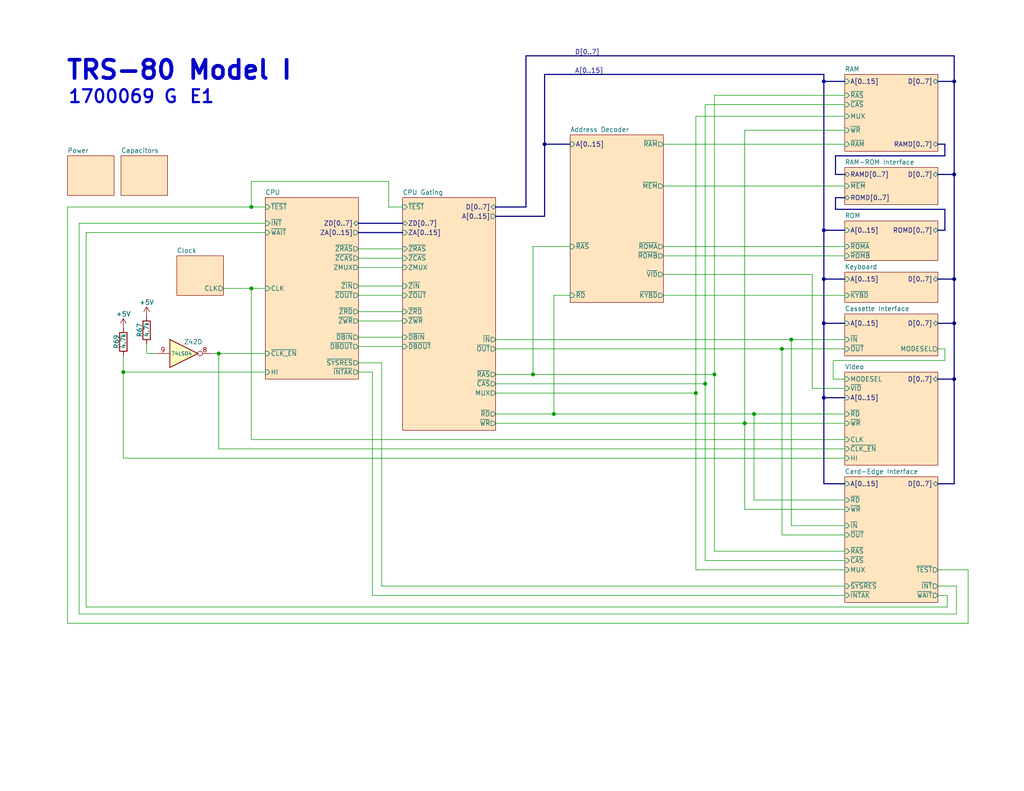
<source format=kicad_sch>
(kicad_sch (version 20230121) (generator eeschema)
  (paper "USLetter")
  (title_block (title "TRS-80 Model I G") (date "2023-12-21") (rev "E1B") (company "RetroStack - Marcel Erz") (comment 2 "Full overview of the system") (comment 4 "System Overview"))
  (lib_symbols
    (symbol "74xx:74LS04"
      (property "Reference" "U" (at 0 1.27 0))
      (property "Value" "74LS04" (at 0 -1.27 0))
      (symbol "74LS04_1_0"
        (polyline (pts (xy -3.81 3.81) (xy -3.81 -3.81) (xy 3.81 0) (xy -3.81 3.81)) (stroke (width 0.254)) (fill (type background)))
        (pin input line (at -7.62 0 0) (length 3.81) (name "~") (number "1"))
        (pin output inverted (at 7.62 0 180) (length 3.81) (name "~") (number "2"))
      )
      (symbol "74LS04_2_0"
        (polyline (pts (xy -3.81 3.81) (xy -3.81 -3.81) (xy 3.81 0) (xy -3.81 3.81)) (stroke (width 0.254)) (fill (type background)))
        (pin input line (at -7.62 0 0) (length 3.81) (name "~") (number "3"))
        (pin output inverted (at 7.62 0 180) (length 3.81) (name "~") (number "4"))
      )
      (symbol "74LS04_3_0"
        (polyline (pts (xy -3.81 3.81) (xy -3.81 -3.81) (xy 3.81 0) (xy -3.81 3.81)) (stroke (width 0.254)) (fill (type background)))
        (pin input line (at -7.62 0 0) (length 3.81) (name "~") (number "5"))
        (pin output inverted (at 7.62 0 180) (length 3.81) (name "~") (number "6"))
      )
      (symbol "74LS04_4_0"
        (polyline (pts (xy -3.81 3.81) (xy -3.81 -3.81) (xy 3.81 0) (xy -3.81 3.81)) (stroke (width 0.254)) (fill (type background)))
        (pin output inverted (at 7.62 0 180) (length 3.81) (name "~") (number "8"))
        (pin input line (at -7.62 0 0) (length 3.81) (name "~") (number "9"))
      )
      (symbol "74LS04_5_0"
        (polyline (pts (xy -3.81 3.81) (xy -3.81 -3.81) (xy 3.81 0) (xy -3.81 3.81)) (stroke (width 0.254)) (fill (type background)))
        (pin output inverted (at 7.62 0 180) (length 3.81) (name "~") (number "10"))
        (pin input line (at -7.62 0 0) (length 3.81) (name "~") (number "11"))
      )
      (symbol "74LS04_6_0"
        (polyline (pts (xy -3.81 3.81) (xy -3.81 -3.81) (xy 3.81 0) (xy -3.81 3.81)) (stroke (width 0.254)) (fill (type background)))
        (pin output inverted (at 7.62 0 180) (length 3.81) (name "~") (number "12"))
        (pin input line (at -7.62 0 0) (length 3.81) (name "~") (number "13"))
      )
      (symbol "74LS04_7_0"
        (pin power_in line (at 0 12.7 270) (length 5.08) (name "VCC") (number "14"))
        (pin power_in line (at 0 -12.7 90) (length 5.08) (name "GND") (number "7"))
      )
      (symbol "74LS04_7_1"
        (rectangle (start -5.08 7.62) (end 5.08 -7.62) (stroke (width 0.254)) (fill (type background)))
      )
    )
    (symbol "Device:R" (pin_numbers hide) (pin_names (offset 0))
      (property "Reference" "R" (at 2.032 0 90))
      (property "Value" "R" (at 0 0 90))
      (symbol "R_0_1"
        (rectangle (start -1.016 -2.54) (end 1.016 2.54) (stroke (width 0.254)))
      )
      (symbol "R_1_1"
        (pin passive line (at 0 3.81 270) (length 1.27) (name "~") (number "1"))
        (pin passive line (at 0 -3.81 90) (length 1.27) (name "~") (number "2"))
      )
    )
    (symbol "power:+5V" (power) (pin_names (offset 0))
      (property "Value" "+5V" (at 0 3.556 0))
      (symbol "+5V_0_1"
        (polyline (pts (xy -0.762 1.27) (xy 0 2.54)))
        (polyline (pts (xy 0 0) (xy 0 2.54)))
        (polyline (pts (xy 0 2.54) (xy 0.762 1.27)))
      )
      (symbol "+5V_1_1"
        (pin power_in line (at 0 0 90) (length 0) hide (name "+5V") (number "1"))
      )
    )
  )
  (junction (at 213.36 95.25))
  (junction (at 192.405 104.775))
  (junction (at 260.35 103.505))
  (junction (at 224.79 62.865))
  (junction (at 260.35 47.625))
  (junction (at 224.79 108.585))
  (junction (at 260.35 76.2))
  (junction (at 145.415 102.235))
  (junction (at 224.79 88.265))
  (junction (at 194.945 102.235))
  (junction (at 68.58 78.74))
  (junction (at 33.655 101.6))
  (junction (at 189.865 107.315))
  (junction (at 59.69 96.52))
  (junction (at 203.2 115.57))
  (junction (at 224.79 22.225))
  (junction (at 224.79 76.2))
  (junction (at 260.35 22.225))
  (junction (at 151.13 113.03))
  (junction (at 148.59 39.37))
  (junction (at 260.35 88.265))
  (junction (at 215.9 92.71))
  (junction (at 205.74 113.03))
  (junction (at 68.58 56.515))
  (wire (pts (xy 60.96 78.74) (xy 68.58 78.74)))
  (wire (pts (xy 68.58 49.53) (xy 68.58 56.515)))
  (bus (pts (xy 135.255 59.055) (xy 148.59 59.055)))
  (wire (pts (xy 97.79 73.025) (xy 109.855 73.025)))
  (wire (pts (xy 230.505 139.065) (xy 203.2 139.065)))
  (wire (pts (xy 145.415 67.31) (xy 145.415 102.235)))
  (wire (pts (xy 205.74 136.525) (xy 205.74 113.03)))
  (wire (pts (xy 221.615 74.93) (xy 221.615 106.045)))
  (wire (pts (xy 213.36 146.05) (xy 213.36 95.25)))
  (wire (pts (xy 97.79 85.09) (xy 109.855 85.09)))
  (wire (pts (xy 135.255 102.235) (xy 145.415 102.235)))
  (wire (pts (xy 258.445 162.56) (xy 258.445 165.735)))
  (bus (pts (xy 97.79 60.96) (xy 109.855 60.96)))
  (wire (pts (xy 203.2 35.56) (xy 203.2 115.57)))
  (bus (pts (xy 224.79 76.2) (xy 224.79 88.265)))
  (bus (pts (xy 255.905 88.265) (xy 260.35 88.265)))
  (bus (pts (xy 230.505 53.975) (xy 227.965 53.975)))
  (wire (pts (xy 203.2 139.065) (xy 203.2 115.57)))
  (wire (pts (xy 192.405 28.575) (xy 230.505 28.575)))
  (bus (pts (xy 224.79 22.225) (xy 224.79 20.32)))
  (bus (pts (xy 143.51 15.24) (xy 143.51 56.515)))
  (wire (pts (xy 230.505 136.525) (xy 205.74 136.525)))
  (wire (pts (xy 106.045 56.515) (xy 109.855 56.515)))
  (bus (pts (xy 224.79 108.585) (xy 230.505 108.585)))
  (wire (pts (xy 227.33 103.505) (xy 230.505 103.505)))
  (wire (pts (xy 255.905 160.02) (xy 260.985 160.02)))
  (bus (pts (xy 257.81 39.37) (xy 257.81 42.545)))
  (wire (pts (xy 97.79 99.06) (xy 104.14 99.06)))
  (wire (pts (xy 106.045 56.515) (xy 106.045 49.53)))
  (bus (pts (xy 257.81 42.545) (xy 227.965 42.545)))
  (wire (pts (xy 21.59 167.64) (xy 21.59 60.96)))
  (wire (pts (xy 180.975 50.8) (xy 230.505 50.8)))
  (wire (pts (xy 151.13 113.03) (xy 205.74 113.03)))
  (wire (pts (xy 97.79 70.485) (xy 109.855 70.485)))
  (bus (pts (xy 260.35 103.505) (xy 260.35 132.08)))
  (wire (pts (xy 230.505 122.555) (xy 59.69 122.555)))
  (bus (pts (xy 148.59 20.32) (xy 148.59 39.37)))
  (wire (pts (xy 106.045 49.53) (xy 68.58 49.53)))
  (wire (pts (xy 135.255 92.71) (xy 215.9 92.71)))
  (wire (pts (xy 68.58 56.515) (xy 72.39 56.515)))
  (wire (pts (xy 230.505 143.51) (xy 215.9 143.51)))
  (bus (pts (xy 260.35 15.24) (xy 260.35 22.225)))
  (bus (pts (xy 224.79 88.265) (xy 224.79 108.585)))
  (wire (pts (xy 97.79 80.645) (xy 109.855 80.645)))
  (wire (pts (xy 203.2 35.56) (xy 230.505 35.56)))
  (wire (pts (xy 192.405 104.775) (xy 192.405 153.035)))
  (wire (pts (xy 221.615 106.045) (xy 230.505 106.045)))
  (wire (pts (xy 68.58 78.74) (xy 68.58 120.015)))
  (wire (pts (xy 59.69 96.52) (xy 59.69 122.555)))
  (wire (pts (xy 180.975 39.37) (xy 230.505 39.37)))
  (wire (pts (xy 97.79 87.63) (xy 109.855 87.63)))
  (bus (pts (xy 148.59 39.37) (xy 148.59 59.055)))
  (wire (pts (xy 180.975 67.31) (xy 230.505 67.31)))
  (wire (pts (xy 264.16 170.18) (xy 18.415 170.18)))
  (wire (pts (xy 189.865 31.75) (xy 230.505 31.75)))
  (wire (pts (xy 97.79 78.105) (xy 109.855 78.105)))
  (wire (pts (xy 180.975 69.85) (xy 230.505 69.85)))
  (wire (pts (xy 230.505 153.035) (xy 192.405 153.035)))
  (wire (pts (xy 257.81 98.425) (xy 227.33 98.425)))
  (wire (pts (xy 68.58 78.74) (xy 72.39 78.74)))
  (wire (pts (xy 40.005 96.52) (xy 40.005 93.98)))
  (bus (pts (xy 224.79 88.265) (xy 230.505 88.265)))
  (wire (pts (xy 230.505 160.02) (xy 104.14 160.02)))
  (wire (pts (xy 101.6 162.56) (xy 101.6 101.6)))
  (wire (pts (xy 59.69 96.52) (xy 72.39 96.52)))
  (bus (pts (xy 255.905 103.505) (xy 260.35 103.505)))
  (bus (pts (xy 224.79 22.225) (xy 230.505 22.225)))
  (wire (pts (xy 180.975 80.645) (xy 230.505 80.645)))
  (bus (pts (xy 97.79 63.5) (xy 109.855 63.5)))
  (wire (pts (xy 194.945 102.235) (xy 194.945 150.495)))
  (wire (pts (xy 135.255 95.25) (xy 213.36 95.25)))
  (bus (pts (xy 230.505 132.08) (xy 224.79 132.08)))
  (bus (pts (xy 260.35 76.2) (xy 260.35 88.265)))
  (bus (pts (xy 255.905 62.865) (xy 257.81 62.865)))
  (wire (pts (xy 21.59 60.96) (xy 72.39 60.96)))
  (bus (pts (xy 257.81 57.15) (xy 257.81 62.865)))
  (wire (pts (xy 194.945 26.035) (xy 230.505 26.035)))
  (bus (pts (xy 148.59 39.37) (xy 155.575 39.37)))
  (wire (pts (xy 145.415 67.31) (xy 155.575 67.31)))
  (wire (pts (xy 260.985 167.64) (xy 21.59 167.64)))
  (wire (pts (xy 40.005 96.52) (xy 42.545 96.52)))
  (wire (pts (xy 189.865 155.575) (xy 230.505 155.575)))
  (bus (pts (xy 255.905 39.37) (xy 257.81 39.37)))
  (bus (pts (xy 143.51 15.24) (xy 260.35 15.24)))
  (wire (pts (xy 97.79 101.6) (xy 101.6 101.6)))
  (wire (pts (xy 215.9 92.71) (xy 230.505 92.71)))
  (wire (pts (xy 260.985 160.02) (xy 260.985 167.64)))
  (bus (pts (xy 143.51 56.515) (xy 135.255 56.515)))
  (bus (pts (xy 255.905 22.225) (xy 260.35 22.225)))
  (wire (pts (xy 151.13 80.645) (xy 151.13 113.03)))
  (wire (pts (xy 135.255 104.775) (xy 192.405 104.775)))
  (wire (pts (xy 135.255 115.57) (xy 203.2 115.57)))
  (wire (pts (xy 189.865 31.75) (xy 189.865 107.315)))
  (wire (pts (xy 257.81 95.25) (xy 257.81 98.425)))
  (wire (pts (xy 57.785 96.52) (xy 59.69 96.52)))
  (bus (pts (xy 255.905 47.625) (xy 260.35 47.625)))
  (bus (pts (xy 148.59 20.32) (xy 224.79 20.32)))
  (bus (pts (xy 224.79 22.225) (xy 224.79 62.865)))
  (wire (pts (xy 33.655 97.155) (xy 33.655 101.6)))
  (wire (pts (xy 213.36 95.25) (xy 230.505 95.25)))
  (bus (pts (xy 260.35 22.225) (xy 260.35 47.625)))
  (bus (pts (xy 260.35 47.625) (xy 260.35 76.2)))
  (wire (pts (xy 194.945 26.035) (xy 194.945 102.235)))
  (wire (pts (xy 104.14 160.02) (xy 104.14 99.06)))
  (wire (pts (xy 192.405 28.575) (xy 192.405 104.775)))
  (bus (pts (xy 224.79 76.2) (xy 230.505 76.2)))
  (bus (pts (xy 224.79 108.585) (xy 224.79 132.08)))
  (wire (pts (xy 215.9 143.51) (xy 215.9 92.71)))
  (bus (pts (xy 255.905 76.2) (xy 260.35 76.2)))
  (wire (pts (xy 255.905 95.25) (xy 257.81 95.25)))
  (wire (pts (xy 227.33 98.425) (xy 227.33 103.505)))
  (wire (pts (xy 230.505 162.56) (xy 101.6 162.56)))
  (wire (pts (xy 258.445 165.735) (xy 23.495 165.735)))
  (wire (pts (xy 135.255 107.315) (xy 189.865 107.315)))
  (bus (pts (xy 227.965 53.975) (xy 227.965 57.15)))
  (wire (pts (xy 230.505 120.015) (xy 68.58 120.015)))
  (bus (pts (xy 224.79 62.865) (xy 230.505 62.865)))
  (wire (pts (xy 23.495 165.735) (xy 23.495 63.5)))
  (wire (pts (xy 33.655 101.6) (xy 33.655 125.095)))
  (bus (pts (xy 227.965 42.545) (xy 227.965 47.625)))
  (wire (pts (xy 264.16 155.575) (xy 264.16 170.18)))
  (wire (pts (xy 18.415 56.515) (xy 68.58 56.515)))
  (wire (pts (xy 255.905 155.575) (xy 264.16 155.575)))
  (wire (pts (xy 18.415 170.18) (xy 18.415 56.515)))
  (wire (pts (xy 145.415 102.235) (xy 194.945 102.235)))
  (bus (pts (xy 255.905 132.08) (xy 260.35 132.08)))
  (bus (pts (xy 260.35 88.265) (xy 260.35 103.505)))
  (wire (pts (xy 97.79 67.945) (xy 109.855 67.945)))
  (bus (pts (xy 227.965 47.625) (xy 230.505 47.625)))
  (wire (pts (xy 33.655 101.6) (xy 72.39 101.6)))
  (wire (pts (xy 97.79 92.075) (xy 109.855 92.075)))
  (bus (pts (xy 224.79 62.865) (xy 224.79 76.2)))
  (wire (pts (xy 97.79 94.615) (xy 109.855 94.615)))
  (wire (pts (xy 255.905 162.56) (xy 258.445 162.56)))
  (wire (pts (xy 230.505 125.095) (xy 33.655 125.095)))
  (wire (pts (xy 189.865 107.315) (xy 189.865 155.575)))
  (bus (pts (xy 227.965 57.15) (xy 257.81 57.15)))
  (wire (pts (xy 180.975 74.93) (xy 221.615 74.93)))
  (wire (pts (xy 230.505 146.05) (xy 213.36 146.05)))
  (wire (pts (xy 230.505 150.495) (xy 194.945 150.495)))
  (wire (pts (xy 135.255 113.03) (xy 151.13 113.03)))
  (wire (pts (xy 155.575 80.645) (xy 151.13 80.645)))
  (wire (pts (xy 203.2 115.57) (xy 230.505 115.57)))
  (wire (pts (xy 23.495 63.5) (xy 72.39 63.5)))
  (wire (pts (xy 205.74 113.03) (xy 230.505 113.03)))
  (text "E1" (at 51.435 28.575 0) (effects (font (size 3.5 3.5) (thickness 0.6) bold) (justify left bottom)))
  (text "TRS-80 Model I" (at 17.78 22.225 0) (effects (font (size 5 5) (thickness 1) bold) (justify left bottom)))
  (text "1700069 G" (at 18.415 28.575 0) (effects (font (size 3.5 3.5) (thickness 0.6) bold) (justify left bottom)))
  (label "A[0..15]" (at 156.845 20.32 0))
  (label "D[0..7]" (at 156.845 15.24 0))
  (symbol (lib_id "Device:R") (at 40.005 90.17 0) (unit 1)
    (property "Reference" "R67" (at 38.1 92.075 90) (effects (justify left)))
    (property "Value" "4.7k" (at 40.005 92.075 90) (effects (justify left)))
    (property "Footprint" "RetroStackLibrary:TRS80_Model_I_R_0.25W" (effects hide))
  )
  (symbol (lib_id "power:+5V") (at 40.005 86.36 0) (unit 1)
    (property "Reference" "#PWR05" (effects hide))
    (property "Value" "+5V" (at 40.005 82.55 0))
  )
  (symbol (lib_id "power:+5V") (at 33.655 89.535 0) (unit 1)
    (property "Reference" "#PWR020" (effects hide))
    (property "Value" "+5V" (at 33.655 85.725 0))
  )
  (symbol (lib_id "Device:R") (at 33.655 93.345 0) (unit 1)
    (property "Reference" "R69" (at 31.75 95.25 90) (effects (justify left)))
    (property "Value" "4.7k" (at 33.655 95.25 90) (effects (justify left)))
    (property "Footprint" "RetroStackLibrary:TRS80_Model_I_R_0.25W" (effects hide))
  )
  (symbol (lib_id "74xx:74LS04") (at 50.165 96.52 0) (unit 4)
    (property "Reference" "Z42" (at 52.705 93.345 0))
    (property "Value" "74LS04" (at 49.53 96.52 0) (effects (font (size 1 1))))
    (property "Footprint" "RetroStackLibrary:TRS80_Model_I_DIP14" (effects hide))
    (property "Datasheet" "http://www.ti.com/lit/gpn/sn74LS04" (effects hide))
  )
  (sheet (at 72.39 53.975) (size 25.4 49.53) (stroke (width 0.1524)) (fill (color 255 229 191 1.0000))
    (property "Sheetname" "CPU" (at 72.39 53.2634 0) (effects (justify left bottom)))
    (property "Sheetfile" "CPU.kicad_sch" (effects hide))
    (pin "~{INT}" input (at 72.39 60.96 180))
    (pin "~{TEST}" input (at 72.39 56.515 180))
    (pin "~{INTAK}" output (at 97.79 101.6 0))
    (pin "HI" input (at 72.39 101.6 180))
    (pin "ZMUX" output (at 97.79 73.025 0))
    (pin "~{ZCAS}" output (at 97.79 70.485 0))
    (pin "ZD[0..7]" bidirectional (at 97.79 60.96 0))
    (pin "CLK" input (at 72.39 78.74 180))
    (pin "~{CLK_EN}" input (at 72.39 96.52 180))
    (pin "~{SYSRES}" output (at 97.79 99.06 0))
    (pin "ZA[0..15]" output (at 97.79 63.5 0))
    (pin "~{WAIT}" input (at 72.39 63.5 180))
    (pin "~{DBOUT}" output (at 97.79 94.615 0))
    (pin "~{DBIN}" output (at 97.79 92.075 0))
    (pin "~{ZOUT}" output (at 97.79 80.645 0))
    (pin "~{ZWR}" output (at 97.79 87.63 0))
    (pin "~{ZRD}" output (at 97.79 85.09 0))
    (pin "~{ZIN}" output (at 97.79 78.105 0))
    (pin "~{ZRAS}" output (at 97.79 67.945 0))
  )
  (sheet (at 230.505 101.6) (size 25.4 25.4) (stroke (width 0.1524)) (fill (color 255 229 191 1.0000))
    (property "Sheetname" "Video" (at 230.505 100.8884 0) (effects (justify left bottom)))
    (property "Sheetfile" "Video.kicad_sch" (effects hide))
    (pin "A[0..15]" input (at 230.505 108.585 180))
    (pin "MODESEL" input (at 230.505 103.505 180))
    (pin "HI" input (at 230.505 125.095 180))
    (pin "~{CLK_EN}" input (at 230.505 122.555 180))
    (pin "CLK" input (at 230.505 120.015 180))
    (pin "~{RD}" input (at 230.505 113.03 180))
    (pin "~{VID}" input (at 230.505 106.045 180))
    (pin "~{WR}" input (at 230.505 115.57 180))
    (pin "D[0..7]" bidirectional (at 255.905 103.505 0))
  )
  (sheet (at 48.26 69.85) (size 12.7 10.795) (stroke (width 0.1524)) (fill (color 255 229 191 1.0000))
    (property "Sheetname" "Clock" (at 48.26 69.1384 0) (effects (justify left bottom)))
    (property "Sheetfile" "Clock.kicad_sch" (effects hide))
    (pin "CLK" output (at 60.96 78.74 0))
  )
  (sheet (at 230.505 20.32) (size 25.4 20.955) (stroke (width 0.1524)) (fill (color 255 229 191 1.0000))
    (property "Sheetname" "RAM" (at 230.505 19.6084 0) (effects (justify left bottom)))
    (property "Sheetfile" "RAM.kicad_sch" (effects hide))
    (pin "~{WR}" input (at 230.505 35.56 180))
    (pin "~{RAM}" input (at 230.505 39.37 180))
    (pin "D[0..7]" bidirectional (at 255.905 22.225 0))
    (pin "A[0..15]" input (at 230.505 22.225 180))
    (pin "~{CAS}" input (at 230.505 28.575 180))
    (pin "MUX" input (at 230.505 31.75 180))
    (pin "~{RAS}" input (at 230.505 26.035 180))
    (pin "RAMD[0..7]" bidirectional (at 255.905 39.37 0))
  )
  (sheet (at 230.505 85.725) (size 25.4 11.43) (stroke (width 0.1524)) (fill (color 255 229 191 1.0000))
    (property "Sheetname" "Cassette Interface" (at 230.505 85.0134 0) (effects (justify left bottom)))
    (property "Sheetfile" "Cassette.kicad_sch" (effects hide))
    (pin "A[0..15]" input (at 230.505 88.265 180))
    (pin "~{OUT}" input (at 230.505 95.25 180))
    (pin "~{IN}" input (at 230.505 92.71 180))
    (pin "D[0..7]" bidirectional (at 255.905 88.265 0))
    (pin "MODESEL" output (at 255.905 95.25 0))
  )
  (sheet (at 230.505 45.72) (size 25.4 10.16) (stroke (width 0.1524)) (fill (color 255 229 191 1.0000))
    (property "Sheetname" "RAM-ROM Interface" (at 230.505 45.0084 0) (effects (justify left bottom)))
    (property "Sheetfile" "RAM_ROM_Interface.kicad_sch" (effects hide))
    (pin "D[0..7]" bidirectional (at 255.905 47.625 0))
    (pin "ROMD[0..7]" bidirectional (at 230.505 53.975 180))
    (pin "~{MEM}" input (at 230.505 50.8 180))
    (pin "RAMD[0..7]" bidirectional (at 230.505 47.625 180))
  )
  (sheet (at 230.505 60.325) (size 25.4 10.795) (stroke (width 0.1524)) (fill (color 255 229 191 1.0000))
    (property "Sheetname" "ROM" (at 230.505 59.6134 0) (effects (justify left bottom)))
    (property "Sheetfile" "ROM.kicad_sch" (effects hide))
    (pin "ROMD[0..7]" bidirectional (at 255.905 62.865 0))
    (pin "~{ROMA}" input (at 230.505 67.31 180))
    (pin "A[0..15]" input (at 230.505 62.865 180))
    (pin "~{ROMB}" input (at 230.505 69.85 180))
  )
  (sheet (at 33.02 42.545) (size 12.7 10.795) (stroke (width 0.1524)) (fill (color 255 229 191 1.0000))
    (property "Sheetname" "Capacitors" (at 33.02 41.8334 0) (effects (justify left bottom)))
    (property "Sheetfile" "Capacitors.kicad_sch" (effects hide))
  )
  (sheet (at 155.575 36.83) (size 25.4 45.72) (stroke (width 0.1524)) (fill (color 255 229 191 1.0000))
    (property "Sheetname" "Address Decoder" (at 155.575 36.1184 0) (effects (justify left bottom)))
    (property "Sheetfile" "AddressDecoder.kicad_sch" (effects hide))
    (pin "~{VID}" output (at 180.975 74.93 0))
    (pin "~{KYBD}" output (at 180.975 80.645 0))
    (pin "~{ROMB}" output (at 180.975 69.85 0))
    (pin "~{RAM}" output (at 180.975 39.37 0))
    (pin "~{MEM}" output (at 180.975 50.8 0))
    (pin "~{RD}" input (at 155.575 80.645 180))
    (pin "~{RAS}" input (at 155.575 67.31 180))
    (pin "~{ROMA}" output (at 180.975 67.31 0))
    (pin "A[0..15]" input (at 155.575 39.37 180))
  )
  (sheet (at 230.505 74.295) (size 25.4 8.255) (stroke (width 0.1524)) (fill (color 255 229 191 1.0000))
    (property "Sheetname" "Keyboard" (at 230.505 73.5834 0) (effects (justify left bottom)))
    (property "Sheetfile" "Keyboard.kicad_sch" (effects hide))
    (pin "~{KYBD}" input (at 230.505 80.645 180))
    (pin "D[0..7]" bidirectional (at 255.905 76.2 0))
    (pin "A[0..15]" input (at 230.505 76.2 180))
  )
  (sheet (at 230.505 130.175) (size 25.4 34.29) (stroke (width 0.1524)) (fill (color 255 229 191 1.0000))
    (property "Sheetname" "Card-Edge Interface" (at 230.505 129.4634 0) (effects (justify left bottom)))
    (property "Sheetfile" "CardEdgeInterface.kicad_sch" (effects hide))
    (pin "~{RAS}" input (at 230.505 150.495 180))
    (pin "~{CAS}" input (at 230.505 153.035 180))
    (pin "~{SYSRES}" input (at 230.505 160.02 180))
    (pin "~{INTAK}" input (at 230.505 162.56 180))
    (pin "~{OUT}" input (at 230.505 146.05 180))
    (pin "MUX" input (at 230.505 155.575 180))
    (pin "~{RD}" input (at 230.505 136.525 180))
    (pin "~{WR}" input (at 230.505 139.065 180))
    (pin "A[0..15]" input (at 230.505 132.08 180))
    (pin "D[0..7]" bidirectional (at 255.905 132.08 0))
    (pin "~{IN}" input (at 230.505 143.51 180))
    (pin "~{WAIT}" output (at 255.905 162.56 0))
    (pin "~{INT}" output (at 255.905 160.02 0))
    (pin "~{TEST}" output (at 255.905 155.575 0))
  )
  (sheet (at 109.855 53.975) (size 25.4 63.5) (stroke (width 0.1524)) (fill (color 255 229 191 1.0000))
    (property "Sheetname" "CPU Gating" (at 109.855 53.2634 0) (effects (justify left bottom)))
    (property "Sheetfile" "CPUGating.kicad_sch" (effects hide))
    (pin "ZA[0..15]" input (at 109.855 63.5 180))
    (pin "~{TEST}" input (at 109.855 56.515 180))
    (pin "A[0..15]" output (at 135.255 59.055 0))
    (pin "~{RD}" output (at 135.255 113.03 0))
    (pin "~{WR}" output (at 135.255 115.57 0))
    (pin "~{ZRD}" input (at 109.855 85.09 180))
    (pin "~{ZWR}" input (at 109.855 87.63 180))
    (pin "~{ZCAS}" input (at 109.855 70.485 180))
    (pin "ZMUX" input (at 109.855 73.025 180))
    (pin "~{IN}" output (at 135.255 92.71 0))
    (pin "~{ZIN}" input (at 109.855 78.105 180))
    (pin "~{OUT}" output (at 135.255 95.25 0))
    (pin "~{ZOUT}" input (at 109.855 80.645 180))
    (pin "MUX" output (at 135.255 107.315 0))
    (pin "~{CAS}" output (at 135.255 104.775 0))
    (pin "~{DBOUT}" input (at 109.855 94.615 180))
    (pin "ZD[0..7]" bidirectional (at 109.855 60.96 180))
    (pin "~{DBIN}" input (at 109.855 92.075 180))
    (pin "D[0..7]" bidirectional (at 135.255 56.515 0))
    (pin "~{ZRAS}" input (at 109.855 67.945 180))
    (pin "~{RAS}" output (at 135.255 102.235 0))
  )
  (sheet (at 18.415 42.545) (size 12.7 10.795) (stroke (width 0.1524)) (fill (color 255 229 191 1.0000))
    (property "Sheetname" "Power" (at 18.415 41.8334 0) (effects (justify left bottom)))
    (property "Sheetfile" "Power.kicad_sch" (effects hide))
  )
)
</source>
